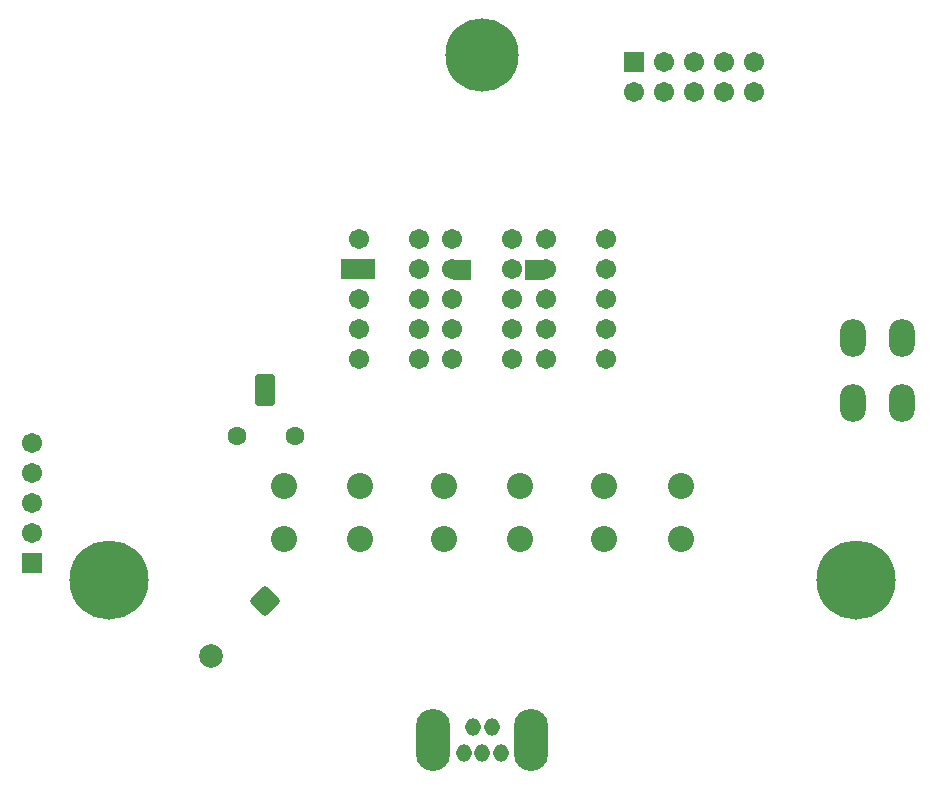
<source format=gbs>
%FSTAX23Y23*%
%MOIN*%
%SFA1B1*%

%IPPOS*%
%AMD112*
4,1,8,-0.010300,0.045400,-0.045400,0.010300,-0.045400,-0.010300,-0.010300,-0.045400,0.010300,-0.045400,0.045400,-0.010300,0.045400,0.010300,0.010300,0.045400,-0.010300,0.045400,0.0*
1,1,0.029260,0.000000,0.035100*
1,1,0.029260,-0.035100,0.000000*
1,1,0.029260,0.000000,-0.035100*
1,1,0.029260,0.035100,0.000000*
%
%AMD119*
4,1,8,0.021000,0.054000,-0.021000,0.054000,-0.034000,0.041000,-0.034000,-0.041000,-0.021000,-0.054000,0.021000,-0.054000,0.034000,-0.041000,0.034000,0.041000,0.021000,0.054000,0.0*
1,1,0.026000,0.021000,0.041000*
1,1,0.026000,-0.021000,0.041000*
1,1,0.026000,-0.021000,-0.041000*
1,1,0.026000,0.021000,-0.041000*
%
%ADD104O,0.051310X0.059180*%
%ADD105O,0.114330X0.206850*%
%ADD106C,0.086740*%
%ADD107C,0.067060*%
%ADD108O,0.086740X0.126110*%
%ADD109R,0.067060X0.067060*%
%ADD110C,0.063120*%
%ADD111R,0.067060X0.067060*%
G04~CAMADD=112~8~0.0~0.0~788.7~788.7~146.3~0.0~15~0.0~0.0~0.0~0.0~0~0.0~0.0~0.0~0.0~0~0.0~0.0~0.0~45.0~992.0~991.0*
%ADD112D112*%
%ADD113C,0.078870*%
%ADD114C,0.263900*%
%ADD115C,0.244220*%
%ADD116R,0.067300X0.065940*%
%ADD117R,0.063580X0.065940*%
%ADD118R,0.118000X0.066000*%
G04~CAMADD=119~8~0.0~0.0~680.0~1080.0~130.0~0.0~15~0.0~0.0~0.0~0.0~0~0.0~0.0~0.0~0.0~0~0.0~0.0~0.0~0.0~680.0~1080.0*
%ADD119D119*%
%LNunisolder52_front-1*%
%LPD*%
G54D104*
X-00031Y-01365D03*
X-00062Y-01451D03*
X00031Y-01365D03*
X00062Y-01451D03*
X0D03*
G54D105*
X00163Y-01408D03*
X-00163D03*
G54D106*
X00662Y-00737D03*
Y-0056D03*
X00407D03*
Y-00737D03*
X-00407D03*
Y-0056D03*
X-00662D03*
Y-00737D03*
X00127D03*
Y-0056D03*
X-00127D03*
Y-00737D03*
G54D107*
X00211Y00261D03*
Y00161D03*
Y00061D03*
Y-00039D03*
Y-00139D03*
X00411Y00261D03*
Y00161D03*
Y00061D03*
Y-00039D03*
Y-00139D03*
X-015Y-00716D03*
Y-00616D03*
Y-00516D03*
Y-00416D03*
X00506Y00751D03*
X00606Y00851D03*
Y00751D03*
X00706Y00851D03*
Y00751D03*
X00806Y00851D03*
Y00751D03*
X00906Y00851D03*
Y00751D03*
X-00411Y00261D03*
Y00161D03*
Y00061D03*
Y-00039D03*
Y-00139D03*
X-00211Y00261D03*
Y00161D03*
Y00061D03*
Y-00039D03*
Y-00139D03*
X001D03*
Y-00039D03*
Y00061D03*
Y00161D03*
Y00261D03*
X-001Y-00139D03*
Y-00039D03*
Y00061D03*
Y00161D03*
Y00261D03*
G54D108*
X014Y-00283D03*
Y-00066D03*
X01235D03*
Y-00283D03*
G54D109*
X-015Y-00816D03*
G54D110*
X-00626Y-00393D03*
X-00818D03*
G54D111*
X00506Y00851D03*
G54D112*
X-00725Y-00945D03*
G54D113*
X-00906Y-01126D03*
G54D114*
X-01245Y-00875D03*
X01245D03*
G54D115*
X0Y00875D03*
G54D116*
X00177Y0016D03*
G54D117*
X-00068Y0016D03*
G54D118*
X-00413Y00161D03*
G54D119*
X-00725Y-00241D03*
M02*
</source>
